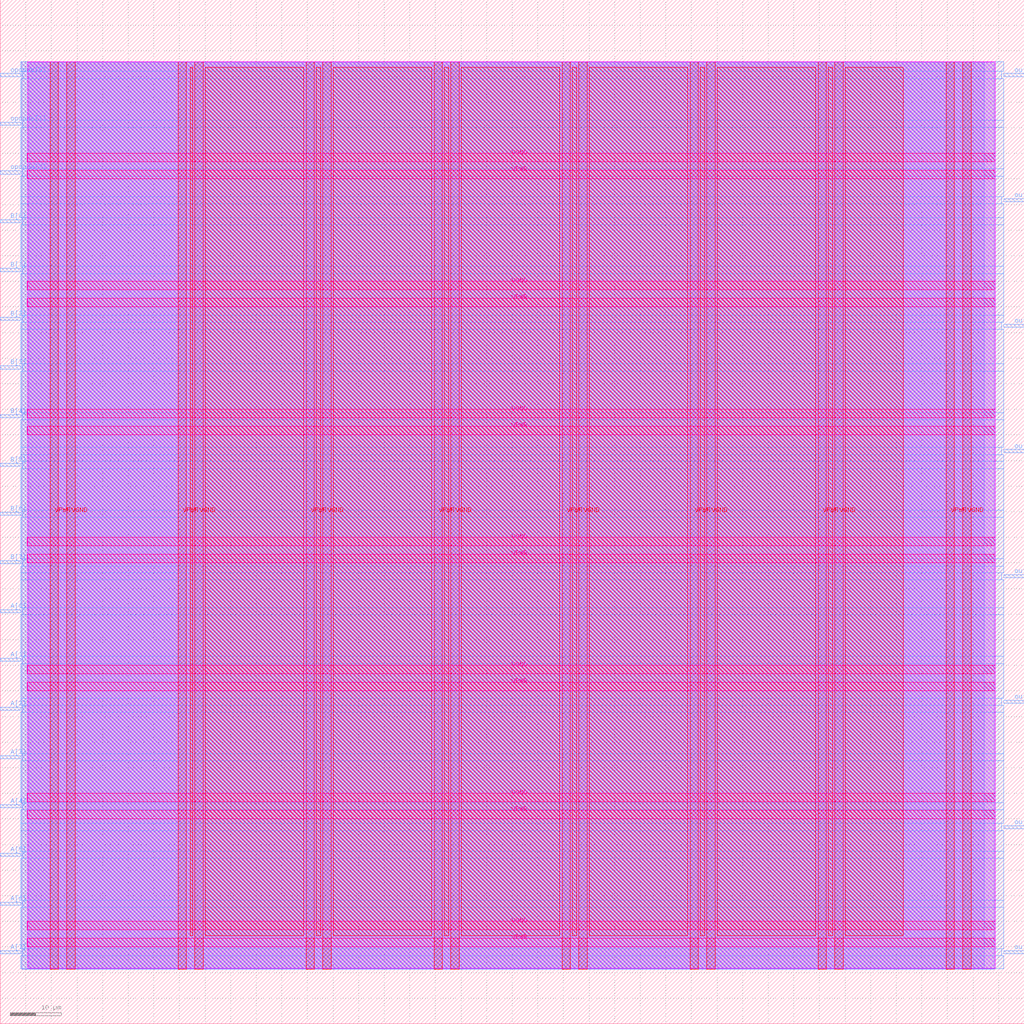
<source format=lef>
VERSION 5.7 ;
  NOWIREEXTENSIONATPIN ON ;
  DIVIDERCHAR "/" ;
  BUSBITCHARS "[]" ;
MACRO alu
  CLASS BLOCK ;
  FOREIGN alu ;
  ORIGIN 0.000 0.000 ;
  SIZE 200.000 BY 200.000 ;
  PIN A[0]
    DIRECTION INPUT ;
    USE SIGNAL ;
    ANTENNAGATEAREA 0.247500 ;
    PORT
      LAYER met3 ;
        RECT 0.000 80.280 4.000 80.880 ;
    END
  END A[0]
  PIN A[1]
    DIRECTION INPUT ;
    USE SIGNAL ;
    ANTENNAGATEAREA 0.426000 ;
    PORT
      LAYER met3 ;
        RECT 0.000 70.760 4.000 71.360 ;
    END
  END A[1]
  PIN A[2]
    DIRECTION INPUT ;
    USE SIGNAL ;
    ANTENNAGATEAREA 0.426000 ;
    PORT
      LAYER met3 ;
        RECT 0.000 61.240 4.000 61.840 ;
    END
  END A[2]
  PIN A[3]
    DIRECTION INPUT ;
    USE SIGNAL ;
    ANTENNAGATEAREA 0.495000 ;
    PORT
      LAYER met3 ;
        RECT 0.000 51.720 4.000 52.320 ;
    END
  END A[3]
  PIN A[4]
    DIRECTION INPUT ;
    USE SIGNAL ;
    ANTENNAGATEAREA 0.495000 ;
    PORT
      LAYER met3 ;
        RECT 0.000 42.200 4.000 42.800 ;
    END
  END A[4]
  PIN A[5]
    DIRECTION INPUT ;
    USE SIGNAL ;
    ANTENNAGATEAREA 0.213000 ;
    PORT
      LAYER met3 ;
        RECT 0.000 32.680 4.000 33.280 ;
    END
  END A[5]
  PIN A[6]
    DIRECTION INPUT ;
    USE SIGNAL ;
    ANTENNAGATEAREA 0.742500 ;
    PORT
      LAYER met3 ;
        RECT 0.000 23.160 4.000 23.760 ;
    END
  END A[6]
  PIN A[7]
    DIRECTION INPUT ;
    USE SIGNAL ;
    ANTENNAGATEAREA 0.247500 ;
    PORT
      LAYER met3 ;
        RECT 0.000 13.640 4.000 14.240 ;
    END
  END A[7]
  PIN B[0]
    DIRECTION INPUT ;
    USE SIGNAL ;
    ANTENNAGATEAREA 0.495000 ;
    PORT
      LAYER met3 ;
        RECT 0.000 156.440 4.000 157.040 ;
    END
  END B[0]
  PIN B[1]
    DIRECTION INPUT ;
    USE SIGNAL ;
    ANTENNAGATEAREA 0.990000 ;
    PORT
      LAYER met3 ;
        RECT 0.000 146.920 4.000 147.520 ;
    END
  END B[1]
  PIN B[2]
    DIRECTION INPUT ;
    USE SIGNAL ;
    ANTENNAGATEAREA 0.247500 ;
    PORT
      LAYER met3 ;
        RECT 0.000 137.400 4.000 138.000 ;
    END
  END B[2]
  PIN B[3]
    DIRECTION INPUT ;
    USE SIGNAL ;
    ANTENNAGATEAREA 0.247500 ;
    PORT
      LAYER met3 ;
        RECT 0.000 127.880 4.000 128.480 ;
    END
  END B[3]
  PIN B[4]
    DIRECTION INPUT ;
    USE SIGNAL ;
    ANTENNAGATEAREA 0.213000 ;
    PORT
      LAYER met3 ;
        RECT 0.000 118.360 4.000 118.960 ;
    END
  END B[4]
  PIN B[5]
    DIRECTION INPUT ;
    USE SIGNAL ;
    ANTENNAGATEAREA 0.742500 ;
    PORT
      LAYER met3 ;
        RECT 0.000 108.840 4.000 109.440 ;
    END
  END B[5]
  PIN B[6]
    DIRECTION INPUT ;
    USE SIGNAL ;
    ANTENNAGATEAREA 0.426000 ;
    PORT
      LAYER met3 ;
        RECT 0.000 99.320 4.000 99.920 ;
    END
  END B[6]
  PIN B[7]
    DIRECTION INPUT ;
    USE SIGNAL ;
    ANTENNAGATEAREA 0.213000 ;
    PORT
      LAYER met3 ;
        RECT 0.000 89.800 4.000 90.400 ;
    END
  END B[7]
  PIN VGND
    DIRECTION INOUT ;
    USE GROUND ;
    PORT
      LAYER met4 ;
        RECT 13.020 10.640 14.620 187.920 ;
    END
    PORT
      LAYER met4 ;
        RECT 38.020 10.640 39.620 187.920 ;
    END
    PORT
      LAYER met4 ;
        RECT 63.020 10.640 64.620 187.920 ;
    END
    PORT
      LAYER met4 ;
        RECT 88.020 10.640 89.620 187.920 ;
    END
    PORT
      LAYER met4 ;
        RECT 113.020 10.640 114.620 187.920 ;
    END
    PORT
      LAYER met4 ;
        RECT 138.020 10.640 139.620 187.920 ;
    END
    PORT
      LAYER met4 ;
        RECT 163.020 10.640 164.620 187.920 ;
    END
    PORT
      LAYER met4 ;
        RECT 188.020 10.640 189.620 187.920 ;
    END
    PORT
      LAYER met5 ;
        RECT 5.280 18.380 194.360 19.980 ;
    END
    PORT
      LAYER met5 ;
        RECT 5.280 43.380 194.360 44.980 ;
    END
    PORT
      LAYER met5 ;
        RECT 5.280 68.380 194.360 69.980 ;
    END
    PORT
      LAYER met5 ;
        RECT 5.280 93.380 194.360 94.980 ;
    END
    PORT
      LAYER met5 ;
        RECT 5.280 118.380 194.360 119.980 ;
    END
    PORT
      LAYER met5 ;
        RECT 5.280 143.380 194.360 144.980 ;
    END
    PORT
      LAYER met5 ;
        RECT 5.280 168.380 194.360 169.980 ;
    END
  END VGND
  PIN VPWR
    DIRECTION INOUT ;
    USE POWER ;
    PORT
      LAYER met4 ;
        RECT 9.720 10.640 11.320 187.920 ;
    END
    PORT
      LAYER met4 ;
        RECT 34.720 10.640 36.320 187.920 ;
    END
    PORT
      LAYER met4 ;
        RECT 59.720 10.640 61.320 187.920 ;
    END
    PORT
      LAYER met4 ;
        RECT 84.720 10.640 86.320 187.920 ;
    END
    PORT
      LAYER met4 ;
        RECT 109.720 10.640 111.320 187.920 ;
    END
    PORT
      LAYER met4 ;
        RECT 134.720 10.640 136.320 187.920 ;
    END
    PORT
      LAYER met4 ;
        RECT 159.720 10.640 161.320 187.920 ;
    END
    PORT
      LAYER met4 ;
        RECT 184.720 10.640 186.320 187.920 ;
    END
    PORT
      LAYER met5 ;
        RECT 5.280 15.080 194.360 16.680 ;
    END
    PORT
      LAYER met5 ;
        RECT 5.280 40.080 194.360 41.680 ;
    END
    PORT
      LAYER met5 ;
        RECT 5.280 65.080 194.360 66.680 ;
    END
    PORT
      LAYER met5 ;
        RECT 5.280 90.080 194.360 91.680 ;
    END
    PORT
      LAYER met5 ;
        RECT 5.280 115.080 194.360 116.680 ;
    END
    PORT
      LAYER met5 ;
        RECT 5.280 140.080 194.360 141.680 ;
    END
    PORT
      LAYER met5 ;
        RECT 5.280 165.080 194.360 166.680 ;
    END
  END VPWR
  PIN opcode[0]
    DIRECTION INPUT ;
    USE SIGNAL ;
    ANTENNAGATEAREA 0.247500 ;
    PORT
      LAYER met3 ;
        RECT 0.000 185.000 4.000 185.600 ;
    END
  END opcode[0]
  PIN opcode[1]
    DIRECTION INPUT ;
    USE SIGNAL ;
    ANTENNAGATEAREA 0.247500 ;
    PORT
      LAYER met3 ;
        RECT 0.000 175.480 4.000 176.080 ;
    END
  END opcode[1]
  PIN opcode[2]
    DIRECTION INPUT ;
    USE SIGNAL ;
    ANTENNAGATEAREA 0.426000 ;
    PORT
      LAYER met3 ;
        RECT 0.000 165.960 4.000 166.560 ;
    END
  END opcode[2]
  PIN out[0]
    DIRECTION OUTPUT ;
    USE SIGNAL ;
    ANTENNADIFFAREA 0.445500 ;
    PORT
      LAYER met3 ;
        RECT 196.000 185.000 200.000 185.600 ;
    END
  END out[0]
  PIN out[1]
    DIRECTION OUTPUT ;
    USE SIGNAL ;
    ANTENNADIFFAREA 0.445500 ;
    PORT
      LAYER met3 ;
        RECT 196.000 160.520 200.000 161.120 ;
    END
  END out[1]
  PIN out[2]
    DIRECTION OUTPUT ;
    USE SIGNAL ;
    ANTENNADIFFAREA 0.445500 ;
    PORT
      LAYER met3 ;
        RECT 196.000 136.040 200.000 136.640 ;
    END
  END out[2]
  PIN out[3]
    DIRECTION OUTPUT ;
    USE SIGNAL ;
    ANTENNADIFFAREA 0.445500 ;
    PORT
      LAYER met3 ;
        RECT 196.000 111.560 200.000 112.160 ;
    END
  END out[3]
  PIN out[4]
    DIRECTION OUTPUT ;
    USE SIGNAL ;
    ANTENNADIFFAREA 0.445500 ;
    PORT
      LAYER met3 ;
        RECT 196.000 87.080 200.000 87.680 ;
    END
  END out[4]
  PIN out[5]
    DIRECTION OUTPUT ;
    USE SIGNAL ;
    ANTENNADIFFAREA 0.445500 ;
    PORT
      LAYER met3 ;
        RECT 196.000 62.600 200.000 63.200 ;
    END
  END out[5]
  PIN out[6]
    DIRECTION OUTPUT ;
    USE SIGNAL ;
    ANTENNADIFFAREA 1.336500 ;
    PORT
      LAYER met3 ;
        RECT 196.000 38.120 200.000 38.720 ;
    END
  END out[6]
  PIN out[7]
    DIRECTION OUTPUT ;
    USE SIGNAL ;
    ANTENNADIFFAREA 1.782000 ;
    PORT
      LAYER met3 ;
        RECT 196.000 13.640 200.000 14.240 ;
    END
  END out[7]
  OBS
      LAYER nwell ;
        RECT 5.330 10.795 194.310 187.870 ;
      LAYER li1 ;
        RECT 5.520 10.795 194.120 187.765 ;
      LAYER met1 ;
        RECT 4.210 10.640 194.120 187.920 ;
      LAYER met2 ;
        RECT 4.230 10.695 192.190 187.865 ;
      LAYER met3 ;
        RECT 3.990 186.000 196.000 187.845 ;
        RECT 4.400 184.600 195.600 186.000 ;
        RECT 3.990 176.480 196.000 184.600 ;
        RECT 4.400 175.080 196.000 176.480 ;
        RECT 3.990 166.960 196.000 175.080 ;
        RECT 4.400 165.560 196.000 166.960 ;
        RECT 3.990 161.520 196.000 165.560 ;
        RECT 3.990 160.120 195.600 161.520 ;
        RECT 3.990 157.440 196.000 160.120 ;
        RECT 4.400 156.040 196.000 157.440 ;
        RECT 3.990 147.920 196.000 156.040 ;
        RECT 4.400 146.520 196.000 147.920 ;
        RECT 3.990 138.400 196.000 146.520 ;
        RECT 4.400 137.040 196.000 138.400 ;
        RECT 4.400 137.000 195.600 137.040 ;
        RECT 3.990 135.640 195.600 137.000 ;
        RECT 3.990 128.880 196.000 135.640 ;
        RECT 4.400 127.480 196.000 128.880 ;
        RECT 3.990 119.360 196.000 127.480 ;
        RECT 4.400 117.960 196.000 119.360 ;
        RECT 3.990 112.560 196.000 117.960 ;
        RECT 3.990 111.160 195.600 112.560 ;
        RECT 3.990 109.840 196.000 111.160 ;
        RECT 4.400 108.440 196.000 109.840 ;
        RECT 3.990 100.320 196.000 108.440 ;
        RECT 4.400 98.920 196.000 100.320 ;
        RECT 3.990 90.800 196.000 98.920 ;
        RECT 4.400 89.400 196.000 90.800 ;
        RECT 3.990 88.080 196.000 89.400 ;
        RECT 3.990 86.680 195.600 88.080 ;
        RECT 3.990 81.280 196.000 86.680 ;
        RECT 4.400 79.880 196.000 81.280 ;
        RECT 3.990 71.760 196.000 79.880 ;
        RECT 4.400 70.360 196.000 71.760 ;
        RECT 3.990 63.600 196.000 70.360 ;
        RECT 3.990 62.240 195.600 63.600 ;
        RECT 4.400 62.200 195.600 62.240 ;
        RECT 4.400 60.840 196.000 62.200 ;
        RECT 3.990 52.720 196.000 60.840 ;
        RECT 4.400 51.320 196.000 52.720 ;
        RECT 3.990 43.200 196.000 51.320 ;
        RECT 4.400 41.800 196.000 43.200 ;
        RECT 3.990 39.120 196.000 41.800 ;
        RECT 3.990 37.720 195.600 39.120 ;
        RECT 3.990 33.680 196.000 37.720 ;
        RECT 4.400 32.280 196.000 33.680 ;
        RECT 3.990 24.160 196.000 32.280 ;
        RECT 4.400 22.760 196.000 24.160 ;
        RECT 3.990 14.640 196.000 22.760 ;
        RECT 4.400 13.240 195.600 14.640 ;
        RECT 3.990 10.715 196.000 13.240 ;
      LAYER met4 ;
        RECT 37.095 17.175 37.620 186.825 ;
        RECT 40.020 17.175 59.320 186.825 ;
        RECT 61.720 17.175 62.620 186.825 ;
        RECT 65.020 17.175 84.320 186.825 ;
        RECT 86.720 17.175 87.620 186.825 ;
        RECT 90.020 17.175 109.320 186.825 ;
        RECT 111.720 17.175 112.620 186.825 ;
        RECT 115.020 17.175 134.320 186.825 ;
        RECT 136.720 17.175 137.620 186.825 ;
        RECT 140.020 17.175 159.320 186.825 ;
        RECT 161.720 17.175 162.620 186.825 ;
        RECT 165.020 17.175 176.345 186.825 ;
  END
END alu
END LIBRARY


</source>
